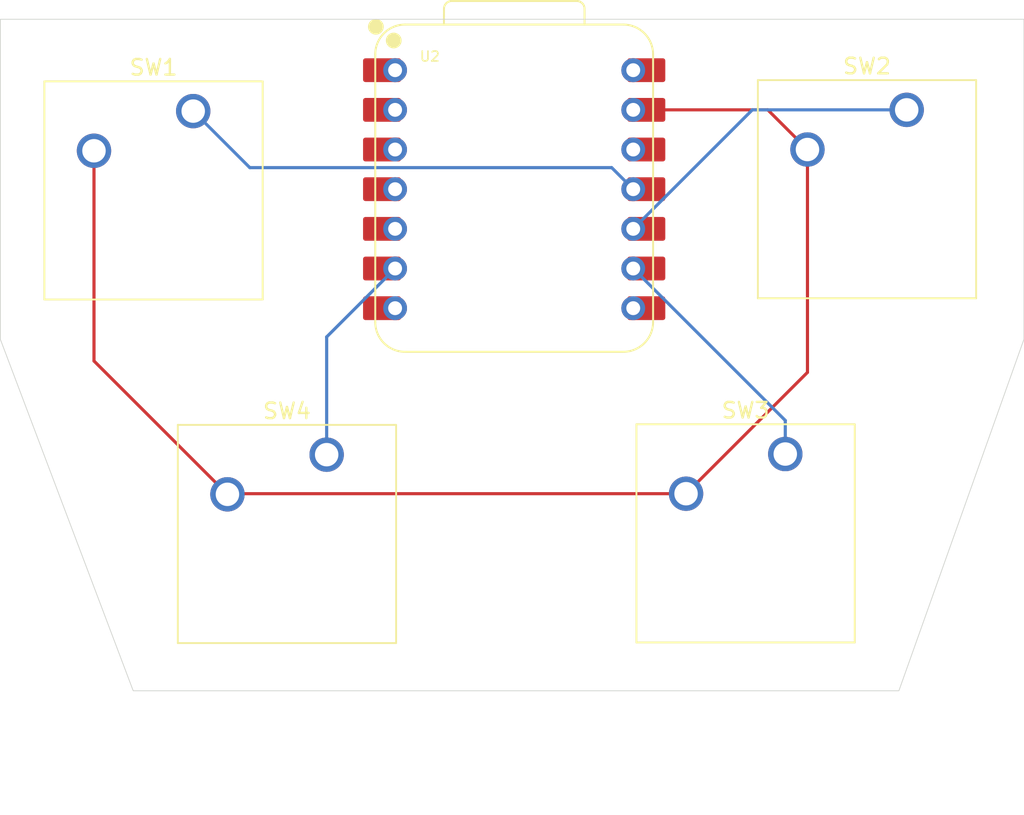
<source format=kicad_pcb>
(kicad_pcb (version 20240108) (generator "pcbnew") (generator_version "8.0")
  (layers (0 "F.Cu" signal) (31 "B.Cu" signal) (34 "B.Paste" user) (35 "F.Paste" user) (36 "B.SilkS" user "B.Silkscreen") (37 "F.SilkS" user "F.Silkscreen") (38 "B.Mask" user) (39 "F.Mask" user) (44 "Edge.Cuts" user))
  (net 0 "")
  (net 1 "GND")
  (net 2 "Net-(U2-PA6_A10_D10_MOSI)")
  (net 3 "Net-(U2-PA5_A9_D9_MISO)")
  (net 4 "Net-(U2-PA7_A8_D8_SCK)")
  (net 14 "Net-(U2-PA9_A5_D5_SCL)")
  (footprint "Seeed Studio XIAO Series Library:XIAO-nRF52840-DIP" (layer "F.Cu") (at 48.455 26.62)
    (property "Reference" "U2" (at -5.398299 -8.5 0) (layer "F.SilkS") (effects (font (size 0.635 0.635) (thickness 0.1016))))
    (property "Value" "XIAO-SAMD21-DIP")
    (fp_line (start -8.89 8.509) (end -8.89 -8.636) (stroke (width 0.127)) (layer "F.SilkS"))
    (fp_line (start -6.985 10.414) (end 6.985 10.414) (stroke (width 0.127)) (layer "F.SilkS"))
    (fp_line (start -4.495 -10.541) (end -4.491272 -11.551272) (stroke (width 0.127)) (layer "F.SilkS"))
    (fp_line (start -3.991272 -12.051) (end 4.004 -12.051) (stroke (width 0.127)) (layer "F.SilkS"))
    (fp_line (start 4.504 -11.551) (end 4.504 -10.541) (stroke (width 0.127)) (layer "F.SilkS"))
    (fp_line (start 6.985 -10.541) (end -6.985 -10.541) (stroke (width 0.1)) (layer "F.SilkS"))
    (fp_line (start 6.985 -10.541) (end -6.985 -10.541) (stroke (width 0.127)) (layer "F.SilkS"))
    (fp_line (start 8.89 8.509) (end 8.89 -8.636) (stroke (width 0.127)) (layer "F.SilkS"))
    (fp_arc (start -8.89 -8.636) (mid -8.332038 -9.983038) (end -6.985 -10.541) (stroke (width 0.127)) (layer "F.SilkS"))
    (fp_arc (start -6.985 10.414) (mid -8.332038 9.856038) (end -8.89 8.509) (stroke (width 0.127)) (layer "F.SilkS"))
    (fp_arc (start -4.491272 -11.551272) (mid -4.344724 -11.904644) (end -3.991272 -12.051) (stroke (width 0.127)) (layer "F.SilkS"))
    (fp_arc (start 4.004 -12.051) (mid 4.357524 -11.904524) (end 4.504 -11.551) (stroke (width 0.127)) (layer "F.SilkS"))
    (fp_arc (start 6.985 -10.541) (mid 8.332038 -9.983038) (end 8.89 -8.636) (stroke (width 0.127)) (layer "F.SilkS"))
    (fp_arc (start 8.89 8.509) (mid 8.332038 9.856038) (end 6.985 10.414) (stroke (width 0.127)) (layer "F.SilkS"))
    (fp_circle (center -8.85 -10.4) (end -8.85 -10.654) (stroke (width 0.5)) (fill solid) (layer "F.SilkS"))
    (fp_circle (center -7.707 -9.52) (end -7.707 -9.774) (stroke (width 0.5)) (fill solid) (layer "F.SilkS"))
    (pad "1" smd roundrect (at -8.455 -7.62 180) (size 2.432 1.524) (layers "F.Cu" "F.Mask") (roundrect_rratio 0.1))
    (pad "1" thru_hole circle (at -7.62 -7.62 180) (size 1.524 1.524) (drill 0.889) (layers "*.Cu" "*.Mask"))
    (pad "2" smd roundrect (at -8.455 -5.08 180) (size 2.432 1.524) (layers "F.Cu" "F.Mask") (roundrect_rratio 0.1))
    (pad "2" thru_hole circle (at -7.62 -5.08 180) (size 1.524 1.524) (drill 0.889) (layers "*.Cu" "*.Mask"))
    (pad "3" smd roundrect (at -8.455 -2.54 180) (size 2.432 1.524) (layers "F.Cu" "F.Mask") (roundrect_rratio 0.1))
    (pad "3" thru_hole circle (at -7.62 -2.54 180) (size 1.524 1.524) (drill 0.889) (layers "*.Cu" "*.Mask"))
    (pad "4" smd roundrect (at -8.455 0 180) (size 2.432 1.524) (layers "F.Cu" "F.Mask") (roundrect_rratio 0.1))
    (pad "4" thru_hole circle (at -7.62 0 180) (size 1.524 1.524) (drill 0.889) (layers "*.Cu" "*.Mask"))
    (pad "5" smd roundrect (at -8.455 2.54 180) (size 2.432 1.524) (layers "F.Cu" "F.Mask") (roundrect_rratio 0.1))
    (pad "5" thru_hole circle (at -7.62 2.54 180) (size 1.524 1.524) (drill 0.889) (layers "*.Cu" "*.Mask"))
    (pad "6" smd roundrect (at -8.455 5.08 180) (size 2.432 1.524) (layers "F.Cu" "F.Mask") (roundrect_rratio 0.1) (net 14 "Net-(U2-PA9_A5_D5_SCL)"))
    (pad "6" thru_hole circle (at -7.62 5.08 180) (size 1.524 1.524) (drill 0.889) (layers "*.Cu" "*.Mask") (net 14 "Net-(U2-PA9_A5_D5_SCL)"))
    (pad "7" smd roundrect (at -8.455 7.62 180) (size 2.432 1.524) (layers "F.Cu" "F.Mask") (roundrect_rratio 0.1))
    (pad "7" thru_hole circle (at -7.62 7.62 180) (size 1.524 1.524) (drill 0.889) (layers "*.Cu" "*.Mask"))
    (pad "8" thru_hole circle (at 7.62 7.62) (size 1.524 1.524) (drill 0.889) (layers "*.Cu" "*.Mask"))
    (pad "8" smd roundrect (at 8.455 7.62) (size 2.432 1.524) (layers "F.Cu" "F.Mask") (roundrect_rratio 0.1))
    (pad "9" thru_hole circle (at 7.62 5.08) (size 1.524 1.524) (drill 0.889) (layers "*.Cu" "*.Mask") (net 4 "Net-(U2-PA7_A8_D8_SCK)"))
    (pad "9" smd roundrect (at 8.455 5.08) (size 2.432 1.524) (layers "F.Cu" "F.Mask") (roundrect_rratio 0.1) (net 4 "Net-(U2-PA7_A8_D8_SCK)"))
    (pad "10" thru_hole circle (at 7.62 2.54) (size 1.524 1.524) (drill 0.889) (layers "*.Cu" "*.Mask") (net 3 "Net-(U2-PA5_A9_D9_MISO)"))
    (pad "10" smd roundrect (at 8.455 2.54) (size 2.432 1.524) (layers "F.Cu" "F.Mask") (roundrect_rratio 0.1) (net 3 "Net-(U2-PA5_A9_D9_MISO)"))
    (pad "11" thru_hole circle (at 7.62 0) (size 1.524 1.524) (drill 0.889) (layers "*.Cu" "*.Mask") (net 2 "Net-(U2-PA6_A10_D10_MOSI)"))
    (pad "11" smd roundrect (at 8.455 0) (size 2.432 1.524) (layers "F.Cu" "F.Mask") (roundrect_rratio 0.1) (net 2 "Net-(U2-PA6_A10_D10_MOSI)"))
    (pad "12" thru_hole circle (at 7.62 -2.54) (size 1.524 1.524) (drill 0.889) (layers "*.Cu" "*.Mask"))
    (pad "12" smd roundrect (at 8.455 -2.54) (size 2.432 1.524) (layers "F.Cu" "F.Mask") (roundrect_rratio 0.1))
    (pad "13" thru_hole circle (at 7.62 -5.08) (size 1.524 1.524) (drill 0.889) (layers "*.Cu" "*.Mask") (net 1 "GND"))
    (pad "13" smd roundrect (at 8.455 -5.08) (size 2.432 1.524) (layers "F.Cu" "F.Mask") (roundrect_rratio 0.1) (net 1 "GND"))
    (pad "14" thru_hole circle (at 7.62 -7.62) (size 1.524 1.524) (drill 0.889) (layers "*.Cu" "*.Mask"))
    (pad "14" smd roundrect (at 8.455 -7.62) (size 2.432 1.524) (layers "F.Cu" "F.Mask") (roundrect_rratio 0.1))
  )
  (footprint "Button_Switch_Keyboard:SW_Cherry_MX_1.00u_PCB" (layer "F.Cu") (at 65.805 43.58)
    (property "Reference" "SW3" (at -2.54 -2.794 0) (layer "F.SilkS"))
    (property "Value" "SW_Push")
    (fp_line (start -9.525 -1.905) (end 4.445 -1.905) (stroke (width 0.12)) (layer "F.SilkS"))
    (fp_line (start -9.525 12.065) (end -9.525 -1.905) (stroke (width 0.12)) (layer "F.SilkS"))
    (fp_line (start 4.445 -1.905) (end 4.445 12.065) (stroke (width 0.12)) (layer "F.SilkS"))
    (fp_line (start 4.445 12.065) (end -9.525 12.065) (stroke (width 0.12)) (layer "F.SilkS"))
    (pad "" np_thru_hole circle (at -7.62 5.08) (size 1.7 1.7) (drill 1.7) (layers "*.Cu" "*.Mask"))
    (pad "" np_thru_hole circle (at -2.54 5.08) (size 4 4) (drill 4) (layers "*.Cu" "*.Mask"))
    (pad "" np_thru_hole circle (at 2.54 5.08) (size 1.7 1.7) (drill 1.7) (layers "*.Cu" "*.Mask"))
    (pad "1" thru_hole circle (at 0 0) (size 2.2 2.2) (drill 1.5) (layers "*.Cu" "*.Mask") (net 4 "Net-(U2-PA7_A8_D8_SCK)"))
    (pad "2" thru_hole circle (at -6.35 2.54) (size 2.2 2.2) (drill 1.5) (layers "*.Cu" "*.Mask") (net 1 "GND"))
  )
  (footprint "Button_Switch_Keyboard:SW_Cherry_MX_1.00u_PCB" (layer "F.Cu") (at 36.455 43.62)
    (property "Reference" "SW4" (at -2.54 -2.794 0) (layer "F.SilkS"))
    (property "Value" "SW_Push")
    (fp_line (start -9.525 -1.905) (end 4.445 -1.905) (stroke (width 0.12)) (layer "F.SilkS"))
    (fp_line (start -9.525 12.065) (end -9.525 -1.905) (stroke (width 0.12)) (layer "F.SilkS"))
    (fp_line (start 4.445 -1.905) (end 4.445 12.065) (stroke (width 0.12)) (layer "F.SilkS"))
    (fp_line (start 4.445 12.065) (end -9.525 12.065) (stroke (width 0.12)) (layer "F.SilkS"))
    (pad "" np_thru_hole circle (at -7.62 5.08) (size 1.7 1.7) (drill 1.7) (layers "*.Cu" "*.Mask"))
    (pad "" np_thru_hole circle (at -2.54 5.08) (size 4 4) (drill 4) (layers "*.Cu" "*.Mask"))
    (pad "" np_thru_hole circle (at 2.54 5.08) (size 1.7 1.7) (drill 1.7) (layers "*.Cu" "*.Mask"))
    (pad "1" thru_hole circle (at 0 0) (size 2.2 2.2) (drill 1.5) (layers "*.Cu" "*.Mask") (net 14 "Net-(U2-PA9_A5_D5_SCL)"))
    (pad "2" thru_hole circle (at -6.35 2.54) (size 2.2 2.2) (drill 1.5) (layers "*.Cu" "*.Mask") (net 1 "GND"))
  )
  (footprint "Button_Switch_Keyboard:SW_Cherry_MX_1.00u_PCB" (layer "F.Cu") (at 27.915 21.62)
    (property "Reference" "SW1" (at -2.54 -2.794 0) (layer "F.SilkS"))
    (property "Value" "SW_Push")
    (fp_line (start -9.525 -1.905) (end 4.445 -1.905) (stroke (width 0.12)) (layer "F.SilkS"))
    (fp_line (start -9.525 12.065) (end -9.525 -1.905) (stroke (width 0.12)) (layer "F.SilkS"))
    (fp_line (start 4.445 -1.905) (end 4.445 12.065) (stroke (width 0.12)) (layer "F.SilkS"))
    (fp_line (start 4.445 12.065) (end -9.525 12.065) (stroke (width 0.12)) (layer "F.SilkS"))
    (pad "" np_thru_hole circle (at -7.62 5.08) (size 1.7 1.7) (drill 1.7) (layers "*.Cu" "*.Mask"))
    (pad "" np_thru_hole circle (at -2.54 5.08) (size 4 4) (drill 4) (layers "*.Cu" "*.Mask"))
    (pad "" np_thru_hole circle (at 2.54 5.08) (size 1.7 1.7) (drill 1.7) (layers "*.Cu" "*.Mask"))
    (pad "1" thru_hole circle (at 0 0) (size 2.2 2.2) (drill 1.5) (layers "*.Cu" "*.Mask") (net 2 "Net-(U2-PA6_A10_D10_MOSI)"))
    (pad "2" thru_hole circle (at -6.35 2.54) (size 2.2 2.2) (drill 1.5) (layers "*.Cu" "*.Mask") (net 1 "GND"))
  )
  (footprint "Button_Switch_Keyboard:SW_Cherry_MX_1.00u_PCB" (layer "F.Cu") (at 73.575 21.54)
    (property "Reference" "SW2" (at -2.54 -2.794 0) (layer "F.SilkS"))
    (property "Value" "SW_Push")
    (fp_line (start -9.525 -1.905) (end 4.445 -1.905) (stroke (width 0.12)) (layer "F.SilkS"))
    (fp_line (start -9.525 12.065) (end -9.525 -1.905) (stroke (width 0.12)) (layer "F.SilkS"))
    (fp_line (start 4.445 -1.905) (end 4.445 12.065) (stroke (width 0.12)) (layer "F.SilkS"))
    (fp_line (start 4.445 12.065) (end -9.525 12.065) (stroke (width 0.12)) (layer "F.SilkS"))
    (pad "" np_thru_hole circle (at -7.62 5.08) (size 1.7 1.7) (drill 1.7) (layers "*.Cu" "*.Mask"))
    (pad "" np_thru_hole circle (at -2.54 5.08) (size 4 4) (drill 4) (layers "*.Cu" "*.Mask"))
    (pad "" np_thru_hole circle (at 2.54 5.08) (size 1.7 1.7) (drill 1.7) (layers "*.Cu" "*.Mask"))
    (pad "1" thru_hole circle (at 0 0) (size 2.2 2.2) (drill 1.5) (layers "*.Cu" "*.Mask") (net 3 "Net-(U2-PA5_A9_D9_MISO)"))
    (pad "2" thru_hole circle (at -6.35 2.54) (size 2.2 2.2) (drill 1.5) (layers "*.Cu" "*.Mask") (net 1 "GND"))
  )
  (gr_poly (pts (xy 15.575 15.74) (xy 81.075 15.74) (xy 81.075 36.24) (xy 73.075 58.74) (xy 24.075 58.74) (xy 15.575 36.24)) (stroke (width 0.05)) (fill none) (layer "Edge.Cuts"))
  (segment (start 30.145 46.12) (end 30.105 46.16) (width 0.2) (layer "F.Cu") (net 1))
  (segment (start 59.455 46.12) (end 30.145 46.12) (width 0.2) (layer "F.Cu") (net 1))
  (segment (start 64.685 21.54) (end 67.225 24.08) (width 0.2) (layer "F.Cu") (net 1))
  (segment (start 67.225 24.08) (end 67.225 38.35) (width 0.2) (layer "F.Cu") (net 1))
  (segment (start 67.225 38.35) (end 59.455 46.12) (width 0.2) (layer "F.Cu") (net 1))
  (segment (start 21.565 37.62) (end 21.565 24.16) (width 0.2) (layer "F.Cu") (net 1))
  (segment (start 30.105 46.16) (end 21.565 37.62) (width 0.2) (layer "F.Cu") (net 1))
  (segment (start 56.075 21.54) (end 64.685 21.54) (width 0.2) (layer "F.Cu") (net 1))
  (segment (start 27.915 21.62) (end 31.535 25.24) (width 0.2) (layer "B.Cu") (net 2))
  (segment (start 54.695 25.24) (end 56.075 26.62) (width 0.2) (layer "B.Cu") (net 2))
  (segment (start 31.535 25.24) (end 54.695 25.24) (width 0.2) (layer "B.Cu") (net 2))
  (segment (start 73.575 21.54) (end 63.695 21.54) (width 0.2) (layer "B.Cu") (net 3))
  (segment (start 63.695 21.54) (end 56.075 29.16) (width 0.2) (layer "B.Cu") (net 3))
  (segment (start 65.805 43.58) (end 65.805 41.43) (width 0.2) (layer "B.Cu") (net 4))
  (segment (start 65.805 41.43) (end 56.075 31.7) (width 0.2) (layer "B.Cu") (net 4))
  (segment (start 36.455 43.62) (end 36.455 36.08) (width 0.2) (layer "B.Cu") (net 14))
  (segment (start 36.455 36.08) (end 40.835 31.7) (width 0.2) (layer "B.Cu") (net 14))
)
</source>
